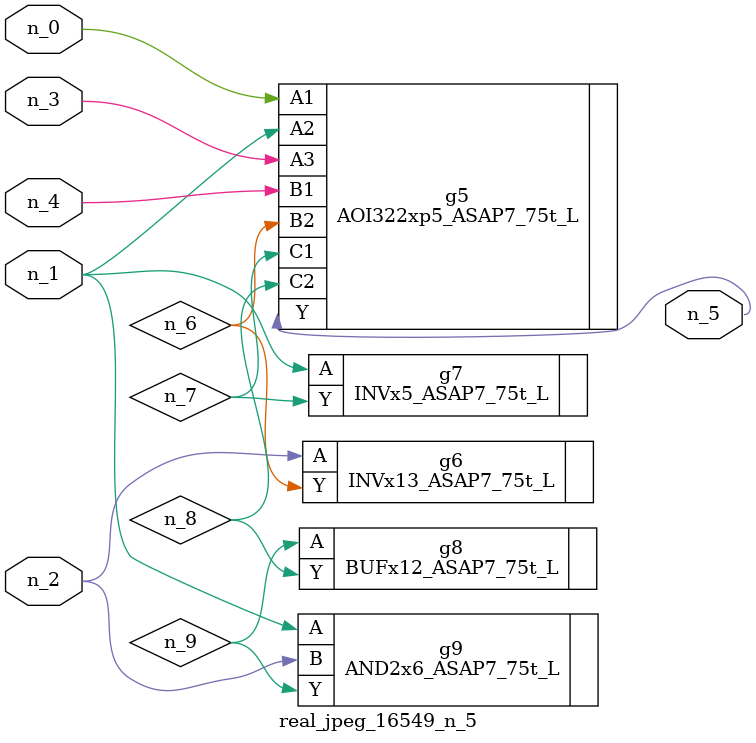
<source format=v>
module real_jpeg_16549_n_5 (n_4, n_0, n_1, n_2, n_3, n_5);

input n_4;
input n_0;
input n_1;
input n_2;
input n_3;

output n_5;

wire n_8;
wire n_6;
wire n_7;
wire n_9;

AOI322xp5_ASAP7_75t_L g5 ( 
.A1(n_0),
.A2(n_1),
.A3(n_3),
.B1(n_4),
.B2(n_6),
.C1(n_7),
.C2(n_8),
.Y(n_5)
);

INVx5_ASAP7_75t_L g7 ( 
.A(n_1),
.Y(n_7)
);

AND2x6_ASAP7_75t_L g9 ( 
.A(n_1),
.B(n_2),
.Y(n_9)
);

INVx13_ASAP7_75t_L g6 ( 
.A(n_2),
.Y(n_6)
);

BUFx12_ASAP7_75t_L g8 ( 
.A(n_9),
.Y(n_8)
);


endmodule
</source>
